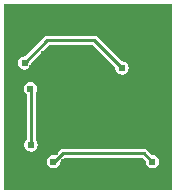
<source format=gbl>
G04 Layer_Physical_Order=2*
G04 Layer_Color=16711680*
%FSLAX24Y24*%
%MOIN*%
G70*
G01*
G75*
%ADD24C,0.0090*%
%ADD25C,0.0240*%
%ADD26C,0.0260*%
G36*
X2668Y-2427D02*
X-2909D01*
Y3767D01*
X2668D01*
Y-2427D01*
D02*
G37*
%LPC*%
G36*
X1748Y-1044D02*
X-960D01*
X-1016Y-1055D01*
X-1064Y-1087D01*
X-1232Y-1256D01*
X-1272Y-1248D01*
X-1358Y-1265D01*
X-1431Y-1313D01*
X-1480Y-1386D01*
X-1497Y-1472D01*
X-1480Y-1558D01*
X-1431Y-1630D01*
X-1358Y-1679D01*
X-1272Y-1696D01*
X-1187Y-1679D01*
X-1114Y-1630D01*
X-1065Y-1558D01*
X-1052Y-1494D01*
X-898Y-1340D01*
X1687D01*
X1807Y-1459D01*
X1804Y-1472D01*
X1821Y-1558D01*
X1870Y-1630D01*
X1943Y-1679D01*
X2028Y-1696D01*
X2114Y-1679D01*
X2187Y-1630D01*
X2236Y-1558D01*
X2253Y-1472D01*
X2236Y-1386D01*
X2187Y-1313D01*
X2114Y-1265D01*
X2028Y-1248D01*
X2016Y-1250D01*
X1853Y-1087D01*
X1805Y-1055D01*
X1748Y-1044D01*
D02*
G37*
G36*
X100Y2718D02*
X-1478D01*
X-1534Y2707D01*
X-1582Y2675D01*
X-2217Y2040D01*
X-2230Y2042D01*
X-2315Y2025D01*
X-2388Y1977D01*
X-2437Y1904D01*
X-2454Y1818D01*
X-2437Y1732D01*
X-2388Y1660D01*
X-2315Y1611D01*
X-2230Y1594D01*
X-2144Y1611D01*
X-2071Y1660D01*
X-2022Y1732D01*
X-2005Y1818D01*
X-2008Y1831D01*
X-1416Y2422D01*
X39D01*
X798Y1663D01*
X796Y1650D01*
X813Y1564D01*
X861Y1491D01*
X934Y1443D01*
X1020Y1426D01*
X1106Y1443D01*
X1179Y1491D01*
X1227Y1564D01*
X1244Y1650D01*
X1227Y1736D01*
X1179Y1809D01*
X1106Y1857D01*
X1020Y1874D01*
X1007Y1872D01*
X205Y2675D01*
X157Y2707D01*
X100Y2718D01*
D02*
G37*
G36*
X-2040Y1182D02*
X-2125Y1165D01*
X-2198Y1117D01*
X-2247Y1044D01*
X-2264Y958D01*
X-2247Y872D01*
X-2198Y800D01*
X-2158Y773D01*
Y-754D01*
X-2169Y-761D01*
X-2217Y-834D01*
X-2234Y-920D01*
X-2217Y-1006D01*
X-2169Y-1079D01*
X-2096Y-1127D01*
X-2010Y-1144D01*
X-1924Y-1127D01*
X-1851Y-1079D01*
X-1803Y-1006D01*
X-1786Y-920D01*
X-1803Y-834D01*
X-1851Y-761D01*
X-1862Y-754D01*
Y828D01*
X-1832Y872D01*
X-1815Y958D01*
X-1832Y1044D01*
X-1881Y1117D01*
X-1954Y1165D01*
X-2040Y1182D01*
D02*
G37*
%LPD*%
D24*
X100Y2570D02*
X1020Y1650D01*
X-2230Y1818D02*
X-1478Y2570D01*
X100D01*
X-2010Y-910D02*
Y958D01*
X1748Y-1192D02*
X2028Y-1472D01*
X-1212Y-1445D02*
X-960Y-1192D01*
X1748D01*
D25*
X-2790Y808D02*
D03*
X-2790Y2320D02*
D03*
X-1950Y3190D02*
D03*
X-130Y3650D02*
D03*
X2550D02*
D03*
X-2790D02*
D03*
X-1110D02*
D03*
X-2790Y-960D02*
D03*
X-2790Y-2310D02*
D03*
X2550Y-1480D02*
D03*
X1620Y-1480D02*
D03*
X2550Y1550D02*
D03*
Y2290D02*
D03*
Y700D02*
D03*
X1730Y2880D02*
D03*
X2070Y3400D02*
D03*
X-2040Y-1270D02*
D03*
X1410Y2250D02*
D03*
X-1230Y-1140D02*
D03*
X1020Y1650D02*
D03*
X-70Y2190D02*
D03*
X-2010Y-920D02*
D03*
X-1590Y2130D02*
D03*
X40Y2980D02*
D03*
X-1230Y1208D02*
D03*
X-2040Y958D02*
D03*
X-2230Y1818D02*
D03*
X-1990Y1638D02*
D03*
X-1272Y-1472D02*
D03*
X2028Y-1472D02*
D03*
X-920D02*
D03*
X-880Y-2310D02*
D03*
X1620D02*
D03*
X2550D02*
D03*
X800D02*
D03*
D26*
X709Y-709D02*
D03*
X236D02*
D03*
X-236D02*
D03*
X-709D02*
D03*
X709Y-236D02*
D03*
X236D02*
D03*
X-236D02*
D03*
X-709D02*
D03*
X709Y236D02*
D03*
X236D02*
D03*
X-236D02*
D03*
X-709D02*
D03*
X709Y709D02*
D03*
X236D02*
D03*
X-236D02*
D03*
X-709D02*
D03*
M02*

</source>
